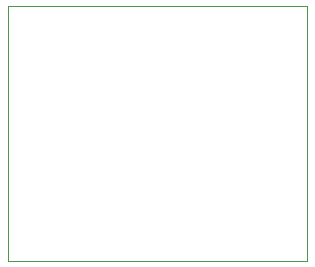
<source format=gko>
G75*
%MOIN*%
%OFA0B0*%
%FSLAX25Y25*%
%IPPOS*%
%LPD*%
%AMOC8*
5,1,8,0,0,1.08239X$1,22.5*
%
%ADD10C,0.00000*%
D10*
X0017580Y0001500D02*
X0017580Y0086461D01*
X0117530Y0086461D01*
X0117530Y0001500D01*
X0017580Y0001500D01*
M02*

</source>
